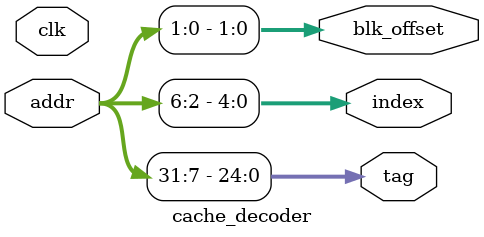
<source format=sv>

module cache_decoder(
    input  logic clk,            // Clock (not used in this decoder, 
                                 // but kept for synchronous design compatibility)
    input  logic [31:0] addr,    // 32-bit memory address input
    output logic [24:0] tag,     // Tag bits (upper address bits for cache lookup)
    output logic [4:0]  index,   // Index bits (selects cache set)
    output logic [1:0]  blk_offset // Block offset (word offset within a cache block)
);

    // Extract tag: upper 25 bits [31:7]
    // Tag is used to uniquely identify a block within the indexed set.
    assign tag = addr[31:7];

    // Extract index: middle 5 bits [6:2]
    // Index selects one of the cache sets (2^5 = 32 sets).
    assign index = addr[6:2];

    // Extract block offset: lower 2 bits [1:0]
    // Block offset selects the word within a cache block (assuming 4 words per block).
    assign blk_offset = addr[1:0];    

endmodule

</source>
